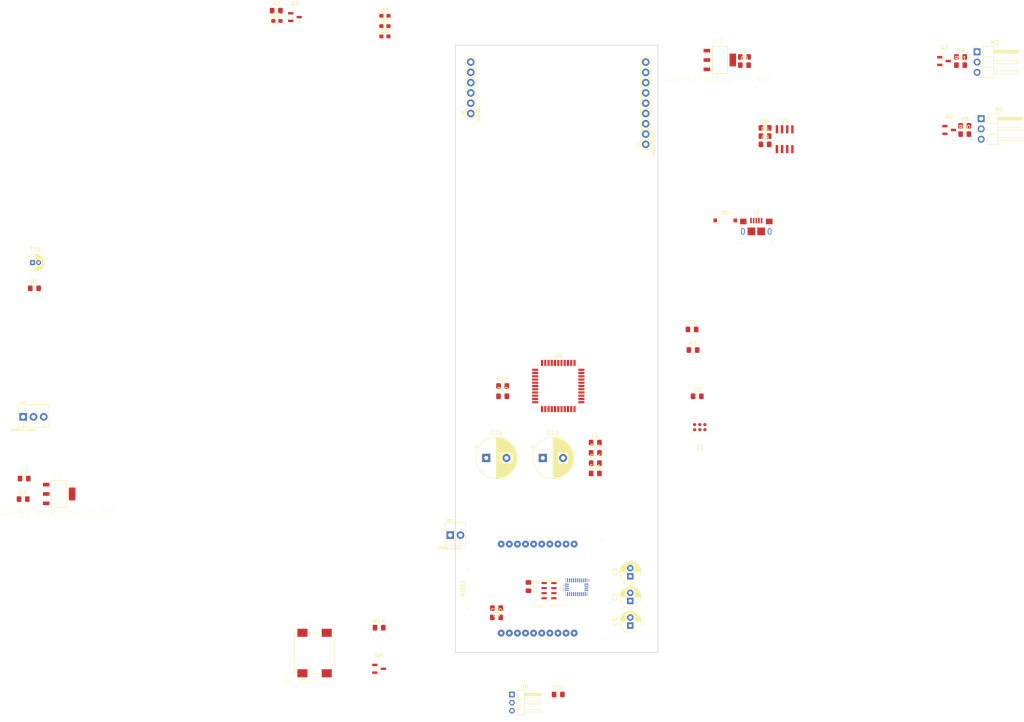
<source format=kicad_pcb>
(kicad_pcb (version 20171130) (host pcbnew "(5.0.1-3-g963ef8bb5)")
  (title_block (title "Skfire PCB") (date 2019-02-07) (rev v01) (company "UAH Space Hardware Club") (comment 2 "Noah Schwalb") (comment 3 "Zach Tyler") (comment 4 "Alex Spaulding"))
  (layers (0 F.Cu signal) (31 B.Cu signal) (34 B.Paste user) (35 F.Paste user) (36 B.SilkS user) (37 F.SilkS user) (38 B.Mask user) (39 F.Mask user) (44 Edge.Cuts user))
  (net 0 "")
  (net 1 GND)
  (net 2 +6V)
  (net 3 +3V3)
  (net 4 "Net-(C5-Pad1)")
  (net 5 +5V)
  (net 6 "Net-(C8-Pad2)")
  (net 7 /MCU_VCC)
  (net 8 /MCU_AVCC)
  (net 9 "Net-(D1-Pad1)")
  (net 10 "Net-(D5-PadA)")
  (net 11 /PDI_DATA)
  (net 12 "Net-(J1-Pad3)")
  (net 13 "Net-(J1-Pad4)")
  (net 14 /PDI_CLK)
  (net 15 "Net-(J2-Pad3)")
  (net 16 "Net-(J2-Pad2)")
  (net 17 "Net-(J2-PadSH)")
  (net 18 "Net-(LS1-PadN)")
  (net 19 /Camera_Servo)
  (net 20 "Net-(M1-Pad3)")
  (net 21 "Net-(M2-Pad3)")
  (net 22 /Release_Servo)
  (net 23 "Net-(MOD1-Pad2)")
  (net 24 "Net-(MOD1-Pad3)")
  (net 25 /MISO)
  (net 26 "Net-(MOD1-Pad5)")
  (net 27 "Net-(MOD1-Pad6)")
  (net 28 "Net-(MOD1-Pad7)")
  (net 29 "Net-(MOD1-Pad8)")
  (net 30 "Net-(MOD1-Pad9)")
  (net 31 /MOSI)
  (net 32 "Net-(MOD1-Pad12)")
  (net 33 "Net-(MOD1-Pad13)")
  (net 34 "Net-(MOD1-Pad14)")
  (net 35 "Net-(MOD1-Pad15)")
  (net 36 "Net-(MOD1-Pad16)")
  (net 37 /~SS_XBEE)
  (net 38 /SCLK)
  (net 39 "Net-(MOD1-Pad19)")
  (net 40 "Net-(MOD1-Pad20)")
  (net 41 "Net-(Q1-Pad1)")
  (net 42 "Net-(Q2-Pad1)")
  (net 43 "Net-(Q2-Pad3)")
  (net 44 "Net-(Q3-Pad3)")
  (net 45 "Net-(Q3-Pad1)")
  (net 46 "Net-(Q4-Pad1)")
  (net 47 /PA6-Therm)
  (net 48 /PA7-Voltage)
  (net 49 "Net-(R6-Pad2)")
  (net 50 /LED_MOS)
  (net 51 /CAMERA_MOS)
  (net 52 /RELEASE_MOS)
  (net 53 /SCL)
  (net 54 /SDA)
  (net 55 /BUZZER_MOS)
  (net 56 "Net-(U2-Pad27)")
  (net 57 "Net-(U2-Pad26)")
  (net 58 "Net-(U2-Pad15)")
  (net 59 /HOST_INTN)
  (net 60 /BNO_NRST)
  (net 61 /BNO_CLOCKSEL0)
  (net 62 /BNO_WAKE)
  (net 63 /BNO_BOOTN)
  (net 64 "Net-(U2-Pad16)")
  (net 65 /~SS_BNO080)
  (net 66 "Net-(U4-Pad1)")
  (net 67 "Net-(U4-Pad2)")
  (net 68 "Net-(U4-Pad3)")
  (net 69 /~SS_5607)
  (net 70 /PA5-Hall_effect)
  (net 71 "Net-(U7-Pad1)")
  (net 72 "Net-(U7-Pad2)")
  (net 73 "Net-(U7-Pad3)")
  (net 74 "Net-(U7-Pad4)")
  (net 75 /GPS_TX)
  (net 76 /GPS_RX)
  (net 77 "Net-(U7-Pad9)")
  (net 78 /OpenLog_MISO)
  (net 79 /OpenLog_MOSI)
  (net 80 /OpenLog_GRN)
  (net 81 /PA5-Hall_Effect)
  (net 82 "Net-(U9-Pad4)")
  (net 83 "Net-(U9-Pad5)")
  (net 84 "Net-(U9-Pad6)")
  (net 85 "Net-(U9-Pad7)")
  (net 86 /GPS_MISO)
  (net 87 /GPS_MOSI)
  (net 88 "Net-(U9-Pad24)")
  (net 89 "Net-(U9-Pad25)")
  (net 90 "Net-(U9-Pad26)")
  (net 91 "Net-(U9-Pad27)")
  (net 92 "Net-(U9-Pad36)")
  (net 93 "Net-(U9-Pad37)")
  (net 94 "Net-(U9-Pad44)")
  (net 95 /CAMERA_DATA)
  (module Connectors:MOLEX-1X2 (layer F.Cu) (at 125.73 146.05)
    (fp_text reference BT1 (at 0 -3.60426) (layer F.SilkS) (effects (font (size 0.6096 0.6096) (thickness 0.127))))
    (fp_text value Battery_Cell (at 0 3.175) (layer F.SilkS) (effects (font (size 0.6096 0.6096) (thickness 0.127))))
    (pad 1 thru_hole rect (at 0 0) (size 1.8796 1.8796) (drill 1.016) (layers *.Cu *.Mask) (net 2 +6V))
    (pad 2 thru_hole circle (at 2.54 0) (size 1.8796 1.8796) (drill 1.016) (layers *.Cu *.Mask) (net 1 GND))
  )
  (module Connectors:MOLEX-1X3 (layer F.Cu) (at 20.32 116.84)
    (fp_text reference U10 (at 0 -3.556) (layer F.SilkS) (effects (font (size 0.6096 0.6096) (thickness 0.127))))
    (fp_text value Adafruit_Cam (at 0 3.175) (layer F.SilkS) (effects (font (size 0.6096 0.6096) (thickness 0.127))))
    (pad 1 thru_hole rect (at 0 0) (size 1.8796 1.8796) (drill 1.016) (layers *.Cu *.Mask) (net 5 +5V))
    (pad 2 thru_hole circle (at 2.54 0) (size 1.8796 1.8796) (drill 1.016) (layers *.Cu *.Mask) (net 1 GND))
    (pad 3 thru_hole circle (at 5.08 0) (size 1.8796 1.8796) (drill 1.016) (layers *.Cu *.Mask) (net 95 /CAMERA_DATA))
  )
  (module Capacitor_SMD:C_0805_2012Metric_Pad1.15x1.40mm_HandSolder (layer F.Cu) (at 198.365 27.94)
    (fp_text reference C1 (at 0 -1.65) (layer F.SilkS))
    (fp_text value 1uF)
    (pad 1 smd roundrect (at -1.025 0) (size 1.15 1.4) (layers F.Cu F.Paste F.Mask) (roundrect_rratio 0.217391) (net 1 GND))
    (pad 2 smd roundrect (at 1.025 0) (size 1.15 1.4) (layers F.Cu F.Paste F.Mask) (roundrect_rratio 0.217391) (net 2 +6V))
  )
  (module Capacitor_THT:CP_Radial_D5.0mm_P2.00mm (layer F.Cu) (at 170.18 162.306 90)
    (fp_text reference C2 (at 1 -3.75 90) (layer F.SilkS))
    (fp_text value 0.1uF)
    (pad 1 thru_hole rect (at 0 0 90) (size 1.6 1.6) (drill 0.8) (layers *.Cu *.Mask) (net 3 +3V3))
    (pad 2 thru_hole circle (at 2 0 90) (size 1.6 1.6) (drill 0.8) (layers *.Cu *.Mask) (net 1 GND))
  )
  (module Capacitor_THT:CP_Radial_D5.0mm_P2.00mm (layer F.Cu) (at 170.18 156.21 90)
    (fp_text reference C3 (at 1 -3.75 90) (layer F.SilkS))
    (fp_text value 0.1uF)
    (pad 2 thru_hole circle (at 2 0 90) (size 1.6 1.6) (drill 0.8) (layers *.Cu *.Mask) (net 1 GND))
    (pad 1 thru_hole rect (at 0 0 90) (size 1.6 1.6) (drill 0.8) (layers *.Cu *.Mask) (net 3 +3V3))
  )
  (module Capacitor_SMD:C_0805_2012Metric_Pad1.15x1.40mm_HandSolder (layer F.Cu) (at 20.32 137.16)
    (fp_text reference C4 (at 0 -1.65) (layer F.SilkS))
    (fp_text value 1uF)
    (pad 1 smd roundrect (at -1.025 0) (size 1.15 1.4) (layers F.Cu F.Paste F.Mask) (roundrect_rratio 0.217391) (net 1 GND))
    (pad 2 smd roundrect (at 1.025 0) (size 1.15 1.4) (layers F.Cu F.Paste F.Mask) (roundrect_rratio 0.217391) (net 2 +6V))
  )
  (module Capacitor_THT:CP_Radial_D5.0mm_P2.00mm (layer F.Cu) (at 170.18 168.402 90)
    (fp_text reference C5 (at 1 -3.75 90) (layer F.SilkS))
    (fp_text value 0.1uF)
    (pad 1 thru_hole rect (at 0 0 90) (size 1.6 1.6) (drill 0.8) (layers *.Cu *.Mask) (net 4 "Net-(C5-Pad1)"))
    (pad 2 thru_hole circle (at 2 0 90) (size 1.6 1.6) (drill 0.8) (layers *.Cu *.Mask) (net 1 GND))
  )
  (module Capacitor_SMD:C_0805_2012Metric_Pad1.15x1.40mm_HandSolder (layer F.Cu) (at 198.365 29.972)
    (fp_text reference C6 (at 0 -1.65) (layer F.SilkS))
    (fp_text value 1uF)
    (pad 2 smd roundrect (at 1.025 0) (size 1.15 1.4) (layers F.Cu F.Paste F.Mask) (roundrect_rratio 0.217391) (net 1 GND))
    (pad 1 smd roundrect (at -1.025 0) (size 1.15 1.4) (layers F.Cu F.Paste F.Mask) (roundrect_rratio 0.217391) (net 5 +5V))
  )
  (module Capacitor_SMD:C_0805_2012Metric_Pad1.15x1.40mm_HandSolder (layer F.Cu) (at 20.565 132.08)
    (fp_text reference C7 (at 0 -1.65) (layer F.SilkS))
    (fp_text value 1uF)
    (pad 2 smd roundrect (at 1.025 0) (size 1.15 1.4) (layers F.Cu F.Paste F.Mask) (roundrect_rratio 0.217391) (net 1 GND))
    (pad 1 smd roundrect (at -1.025 0) (size 1.15 1.4) (layers F.Cu F.Paste F.Mask) (roundrect_rratio 0.217391) (net 3 +3V3))
  )
  (module Capacitor_SMD:C_0805_2012Metric_Pad1.15x1.40mm_HandSolder (layer F.Cu) (at 203.445 49.53)
    (fp_text reference C8 (at 0 -1.65) (layer F.SilkS))
    (fp_text value 0.1uf)
    (pad 1 smd roundrect (at -1.025 0) (size 1.15 1.4) (layers F.Cu F.Paste F.Mask) (roundrect_rratio 0.217391) (net 1 GND))
    (pad 2 smd roundrect (at 1.025 0) (size 1.15 1.4) (layers F.Cu F.Paste F.Mask) (roundrect_rratio 0.217391) (net 6 "Net-(C8-Pad2)"))
  )
  (module Capacitor_SMD:C_0805_2012Metric_Pad1.15x1.40mm_HandSolder (layer F.Cu) (at 137.169 164.084 180)
    (fp_text reference C9 (at 0 -1.65 180) (layer F.SilkS))
    (fp_text value 1uF)
    (pad 2 smd roundrect (at 1.025 0 180) (size 1.15 1.4) (layers F.Cu F.Paste F.Mask) (roundrect_rratio 0.217391) (net 3 +3V3))
    (pad 1 smd roundrect (at -1.025 0 180) (size 1.15 1.4) (layers F.Cu F.Paste F.Mask) (roundrect_rratio 0.217391) (net 1 GND))
  )
  (module Capacitor_SMD:C_0805_2012Metric_Pad1.15x1.40mm_HandSolder (layer F.Cu) (at 137.151 166.37)
    (fp_text reference C10 (at 0 -1.65) (layer F.SilkS))
    (fp_text value 47pF)
    (pad 1 smd roundrect (at -1.025 0) (size 1.15 1.4) (layers F.Cu F.Paste F.Mask) (roundrect_rratio 0.217391) (net 1 GND))
    (pad 2 smd roundrect (at 1.025 0) (size 1.15 1.4) (layers F.Cu F.Paste F.Mask) (roundrect_rratio 0.217391) (net 3 +3V3))
  )
  (module Capacitor_SMD:C_0805_2012Metric_Pad1.15x1.40mm_HandSolder (layer F.Cu) (at 152.4 185.42)
    (fp_text reference C11 (at 0 -1.65) (layer F.SilkS))
    (fp_text value 1uF)
    (pad 2 smd roundrect (at 1.025 0) (size 1.15 1.4) (layers F.Cu F.Paste F.Mask) (roundrect_rratio 0.217391) (net 5 +5V))
    (pad 1 smd roundrect (at -1.025 0) (size 1.15 1.4) (layers F.Cu F.Paste F.Mask) (roundrect_rratio 0.217391) (net 1 GND))
  )
  (module Capacitor_SMD:C_0805_2012Metric_Pad1.15x1.40mm_HandSolder (layer F.Cu) (at 145.034 158.759 270)
    (fp_text reference C12 (at 0 -1.65 270) (layer F.SilkS))
    (fp_text value 100nF)
    (pad 1 smd roundrect (at -1.025 0 270) (size 1.15 1.4) (layers F.Cu F.Paste F.Mask) (roundrect_rratio 0.217391) (net 3 +3V3))
    (pad 2 smd roundrect (at 1.025 0 270) (size 1.15 1.4) (layers F.Cu F.Paste F.Mask) (roundrect_rratio 0.217391) (net 1 GND))
  )
  (module Capacitor_THT:CP_Radial_D10.0mm_P5.00mm (layer F.Cu) (at 148.59 127)
    (fp_text reference C13 (at 2.5 -6.25) (layer F.SilkS))
    (fp_text value 10uF)
    (pad 2 thru_hole circle (at 5 0) (size 2 2) (drill 1) (layers *.Cu *.Mask) (net 1 GND))
    (pad 1 thru_hole rect (at 0 0) (size 2 2) (drill 1) (layers *.Cu *.Mask) (net 7 /MCU_VCC))
  )
  (module Capacitor_SMD:C_0805_2012Metric_Pad1.15x1.40mm_HandSolder (layer F.Cu) (at 161.535 125.73)
    (fp_text reference C14 (at 0 -1.65) (layer F.SilkS))
    (fp_text value 100nF)
    (pad 2 smd roundrect (at 1.025 0) (size 1.15 1.4) (layers F.Cu F.Paste F.Mask) (roundrect_rratio 0.217391) (net 1 GND))
    (pad 1 smd roundrect (at -1.025 0) (size 1.15 1.4) (layers F.Cu F.Paste F.Mask) (roundrect_rratio 0.217391) (net 7 /MCU_VCC))
  )
  (module Capacitor_THT:CP_Radial_D10.0mm_P5.00mm (layer F.Cu) (at 134.62 127)
    (fp_text reference C15 (at 2.5 -6.25) (layer F.SilkS))
    (fp_text value 10uF)
    (pad 1 thru_hole rect (at 0 0) (size 2 2) (drill 1) (layers *.Cu *.Mask) (net 8 /MCU_AVCC))
    (pad 2 thru_hole circle (at 5 0) (size 2 2) (drill 1) (layers *.Cu *.Mask) (net 1 GND))
  )
  (module Capacitor_SMD:C_0805_2012Metric_Pad1.15x1.40mm_HandSolder (layer F.Cu) (at 161.535 128.27)
    (fp_text reference C16 (at 0 -1.65) (layer F.SilkS))
    (fp_text value 100nF)
    (pad 1 smd roundrect (at -1.025 0) (size 1.15 1.4) (layers F.Cu F.Paste F.Mask) (roundrect_rratio 0.217391) (net 1 GND))
    (pad 2 smd roundrect (at 1.025 0) (size 1.15 1.4) (layers F.Cu F.Paste F.Mask) (roundrect_rratio 0.217391) (net 8 /MCU_AVCC))
  )
  (module LED_SMD:LED_0603_1608Metric_Pad1.05x0.95mm_HandSolder (layer F.Cu) (at 82.945 19.05)
    (fp_text reference D1 (at 0 -1.43) (layer F.SilkS))
    (fp_text value "Power Status")
    (pad 2 smd roundrect (at 0.875 0) (size 1.05 0.95) (layers F.Cu F.Paste F.Mask) (net 2 +6V))
    (pad 1 smd roundrect (at -0.875 0) (size 1.05 0.95) (layers F.Cu F.Paste F.Mask) (net 9 "Net-(D1-Pad1)"))
  )
  (module LED_SMD:LED_0603_1608Metric_Pad1.05x0.95mm_HandSolder (layer F.Cu) (at 109.615 22.86)
    (fp_text reference D2 (at 0 -1.43) (layer F.SilkS))
    (fp_text value "3V3 Status")
    (pad 1 smd roundrect (at -0.875 0) (size 1.05 0.95) (layers F.Cu F.Paste F.Mask) (net 1 GND))
    (pad 2 smd roundrect (at 0.875 0) (size 1.05 0.95) (layers F.Cu F.Paste F.Mask) (net 3 +3V3))
  )
  (module LED_SMD:LED_0603_1608Metric_Pad1.05x0.95mm_HandSolder (layer F.Cu) (at 109.615 17.78)
    (fp_text reference D3 (at 0 -1.43) (layer F.SilkS))
    (fp_text value "5V Status")
    (pad 2 smd roundrect (at 0.875 0) (size 1.05 0.95) (layers F.Cu F.Paste F.Mask) (net 5 +5V))
    (pad 1 smd roundrect (at -0.875 0) (size 1.05 0.95) (layers F.Cu F.Paste F.Mask) (net 1 GND))
  )
  (module LED_SMD:LED_0603_1608Metric_Pad1.05x0.95mm_HandSolder (layer F.Cu) (at 109.615 20.32)
    (fp_text reference D4 (at 0 -1.43) (layer F.SilkS))
    (fp_text value "6V Status")
    (pad 1 smd roundrect (at -0.875 0) (size 1.05 0.95) (layers F.Cu F.Paste F.Mask) (net 1 GND))
    (pad 2 smd roundrect (at 0.875 0) (size 1.05 0.95) (layers F.Cu F.Paste F.Mask) (net 2 +6V))
  )
  (module digikey-footprints:SOD-123 (layer F.Cu) (at 193.613 68.326)
    (fp_text reference D5 (at -0.01 -1.89) (layer F.SilkS))
    (fp_text value 1N4148W-TP)
    (pad K smd rect (at -2.475 0) (size 0.9 0.95) (layers F.Cu F.Paste F.Mask) (net 2 +6V))
    (pad A smd rect (at 2.475 0) (size 0.9 0.95) (layers F.Cu F.Paste F.Mask) (net 10 "Net-(D5-PadA)"))
  )
  (module Inductor_SMD:L_0805_2012Metric_Pad1.15x1.40mm_HandSolder (layer F.Cu) (at 161.535 130.81)
    (fp_text reference FB1 (at 0 -1.65) (layer F.SilkS))
    (fp_text value 220@100MHz)
    (pad 1 smd roundrect (at -1.025 0) (size 1.15 1.4) (layers F.Cu F.Paste F.Mask) (roundrect_rratio 0.217391) (net 7 /MCU_VCC))
    (pad 2 smd roundrect (at 1.025 0) (size 1.15 1.4) (layers F.Cu F.Paste F.Mask) (roundrect_rratio 0.217391) (net 8 /MCU_AVCC))
  )
  (module Connector:Tag-Connect_TC2030-IDC-FP_2x03_P1.27mm_Vertical (layer F.Cu) (at 187.325 119.38)
    (fp_text reference J1 (at 0 5) (layer F.SilkS))
    (fp_text value Conn_02x03_Odd_Even)
    (pad "" np_thru_hole circle (at -2.54 2.54) (size 2.3749 2.3749) (drill 2.3749) (layers *.Cu *.Mask))
    (pad "" np_thru_hole circle (at -2.54 -2.54) (size 2.3749 2.3749) (drill 2.3749) (layers *.Cu *.Mask))
    (pad "" np_thru_hole circle (at 0.635 -2.54) (size 2.3749 2.3749) (drill 2.3749) (layers *.Cu *.Mask))
    (pad "" np_thru_hole circle (at 0.635 2.54) (size 2.3749 2.3749) (drill 2.3749) (layers *.Cu *.Mask))
    (pad "" np_thru_hole circle (at 2.54 -1.016) (size 0.9906 0.9906) (drill 0.9906) (layers *.Cu *.Mask))
    (pad "" np_thru_hole circle (at 2.54 1.016) (size 0.9906 0.9906) (drill 0.9906) (layers *.Cu *.Mask))
    (pad "" np_thru_hole circle (at -2.54 0) (size 0.9906 0.9906) (drill 0.9906) (layers *.Cu *.Mask))
    (pad 1 connect circle (at -1.27 0.635) (size 0.7874 0.7874) (layers F.Cu F.Mask) (net 11 /PDI_DATA))
    (pad 2 connect circle (at -1.27 -0.635) (size 0.7874 0.7874) (layers F.Cu F.Mask) (net 3 +3V3))
    (pad 3 connect circle (at 0 0.635) (size 0.7874 0.7874) (layers F.Cu F.Mask) (net 12 "Net-(J1-Pad3)"))
    (pad 4 connect circle (at 0 -0.635) (size 0.7874 0.7874) (layers F.Cu F.Mask) (net 13 "Net-(J1-Pad4)"))
    (pad 5 connect circle (at 1.27 0.635) (size 0.7874 0.7874) (layers F.Cu F.Mask) (net 14 /PDI_CLK))
    (pad 6 connect circle (at 1.27 -0.635) (size 0.7874 0.7874) (layers F.Cu F.Mask) (net 1 GND))
  )
  (module digikey-footprints:USB_Micro_B_Female_10118193-0001LF (layer F.Cu) (at 201.27 71.03)
    (fp_text reference J2 (at 0 -4.75) (layer F.SilkS))
    (fp_text value 10118193-0001LF)
    (pad 3 smd rect (at 0 -2.675) (size 0.4 1.35) (layers F.Cu F.Paste F.Mask) (net 15 "Net-(J2-Pad3)"))
    (pad 4 smd rect (at 0.65 -2.675) (size 0.4 1.35) (layers F.Cu F.Paste F.Mask) (net 1 GND))
    (pad 5 smd rect (at 1.3 -2.675) (size 0.4 1.35) (layers F.Cu F.Paste F.Mask) (net 1 GND))
    (pad 2 smd rect (at -0.65 -2.675) (size 0.4 1.35) (layers F.Cu F.Paste F.Mask) (net 16 "Net-(J2-Pad2)"))
    (pad 1 smd rect (at -1.3 -2.675) (size 0.4 1.35) (layers F.Cu F.Paste F.Mask) (net 10 "Net-(D5-PadA)"))
    (pad SH thru_hole oval (at 3.3 0) (size 0.9 1.6) (drill oval 0.5 1.2) (layers *.Cu *.Mask) (net 17 "Net-(J2-PadSH)"))
    (pad SH thru_hole oval (at -3.3 0) (size 0.9 1.6) (drill oval 0.5 1.2) (layers *.Cu *.Mask) (net 17 "Net-(J2-PadSH)"))
    (pad SH smd rect (at -3.2 -2.45) (size 1.6 1.4) (layers F.Cu F.Paste F.Mask) (net 17 "Net-(J2-PadSH)"))
    (pad SH smd rect (at 3.2 -2.45) (size 1.6 1.4) (layers F.Cu F.Paste F.Mask) (net 17 "Net-(J2-PadSH)"))
    (pad SH smd rect (at -1.2 0) (size 1.9 1.9) (layers F.Cu F.Paste F.Mask) (net 17 "Net-(J2-PadSH)"))
    (pad SH smd rect (at 1.2 0) (size 1.9 1.9) (layers F.Cu F.Paste F.Mask) (net 17 "Net-(J2-PadSH)"))
  )
  (module Inductor_SMD:L_0805_2012Metric_Pad1.15x1.40mm_HandSolder (layer F.Cu) (at 161.535 123.19)
    (fp_text reference L1 (at 0 -1.65) (layer F.SilkS))
    (fp_text value 10uH)
    (pad 2 smd roundrect (at 1.025 0) (size 1.15 1.4) (layers F.Cu F.Paste F.Mask) (roundrect_rratio 0.217391) (net 7 /MCU_VCC))
    (pad 1 smd roundrect (at -1.025 0) (size 1.15 1.4) (layers F.Cu F.Paste F.Mask) (roundrect_rratio 0.217391) (net 3 +3V3))
  )
  (module CSS-95B30-SMT:CUI_CSS-95B30-SMT (layer F.Cu) (at 92.25 175.18)
    (fp_text reference LS1 (at -2.4653 -7.55131) (layer F.SilkS) (effects (font (size 1.00217 1.00217) (thickness 0.05))))
    (fp_text value CSS-95B30-SMT (at -1.72768 7.17612) (layer F.SilkS) (effects (font (size 1.00155 1.00155) (thickness 0.05))))
    (fp_text user + (at -6.78641 5.58345) (layer F.SilkS) (effects (font (thickness 0.05))))
    (fp_text user - (at -6.68124 -4.08968) (layer F.SilkS) (effects (font (thickness 0.05))))
    (pad N smd rect (at -3 -5) (size 2.5 2) (layers F.Cu F.Paste F.Mask) (net 18 "Net-(LS1-PadN)"))
    (pad 2 smd rect (at 3 -5) (size 2.5 2) (layers F.Cu F.Paste F.Mask))
    (pad 1 smd rect (at 3 5) (size 2.5 2) (layers F.Cu F.Paste F.Mask))
    (pad P smd rect (at -3 5) (size 2.5 2) (layers F.Cu F.Paste F.Mask) (net 2 +6V))
  )
  (module Connector_PinHeader_2.54mm:PinHeader_1x03_P2.54mm_Horizontal (layer F.Cu) (at 256.794 43.18)
    (fp_text reference M1 (at 4.385 -2.27) (layer F.SilkS))
    (fp_text value Camera_Servo)
    (pad 1 thru_hole rect (at 0 0) (size 1.7 1.7) (drill 1) (layers *.Cu *.Mask) (net 19 /Camera_Servo))
    (pad 2 thru_hole oval (at 0 2.54) (size 1.7 1.7) (drill 1) (layers *.Cu *.Mask) (net 2 +6V))
    (pad 3 thru_hole oval (at 0 5.08) (size 1.7 1.7) (drill 1) (layers *.Cu *.Mask) (net 20 "Net-(M1-Pad3)"))
  )
  (module Connector_PinHeader_2.54mm:PinHeader_1x03_P2.54mm_Horizontal (layer F.Cu) (at 255.778 26.67)
    (fp_text reference M2 (at 4.385 -2.27) (layer F.SilkS))
    (fp_text value Release_Servo)
    (pad 3 thru_hole oval (at 0 5.08) (size 1.7 1.7) (drill 1) (layers *.Cu *.Mask) (net 21 "Net-(M2-Pad3)"))
    (pad 2 thru_hole oval (at 0 2.54) (size 1.7 1.7) (drill 1) (layers *.Cu *.Mask) (net 2 +6V))
    (pad 1 thru_hole rect (at 0 0) (size 1.7 1.7) (drill 1) (layers *.Cu *.Mask) (net 22 /Release_Servo))
  )
  (module digikey-footprints:XBEE_PRO-20_THT (layer F.Cu) (at 147.32 159.258 90)
    (fp_text reference MOD1 (at 0 -18.49 90) (layer F.SilkS))
    (fp_text value XBP9B-DMWT-002)
    (pad 1 thru_hole circle (at -11 -9 90) (size 1.7 1.7) (drill 0.7) (layers *.Cu *.Mask) (net 3 +3V3))
    (pad 2 thru_hole circle (at -11 -7 90) (size 1.7 1.7) (drill 0.7) (layers *.Cu *.Mask) (net 23 "Net-(MOD1-Pad2)"))
    (pad 3 thru_hole circle (at -11 -5 90) (size 1.7 1.7) (drill 0.7) (layers *.Cu *.Mask) (net 24 "Net-(MOD1-Pad3)"))
    (pad 4 thru_hole circle (at -11 -3 90) (size 1.7 1.7) (drill 0.7) (layers *.Cu *.Mask) (net 25 /MISO))
    (pad 5 thru_hole circle (at -11 -1 90) (size 1.7 1.7) (drill 0.7) (layers *.Cu *.Mask) (net 26 "Net-(MOD1-Pad5)"))
    (pad 6 thru_hole circle (at -11 1 90) (size 1.7 1.7) (drill 0.7) (layers *.Cu *.Mask) (net 27 "Net-(MOD1-Pad6)"))
    (pad 7 thru_hole circle (at -11 3 90) (size 1.7 1.7) (drill 0.7) (layers *.Cu *.Mask) (net 28 "Net-(MOD1-Pad7)"))
    (pad 8 thru_hole circle (at -11 5 90) (size 1.7 1.7) (drill 0.7) (layers *.Cu *.Mask) (net 29 "Net-(MOD1-Pad8)"))
    (pad 9 thru_hole circle (at -11 7 90) (size 1.7 1.7) (drill 0.7) (layers *.Cu *.Mask) (net 30 "Net-(MOD1-Pad9)"))
    (pad 10 thru_hole circle (at -11 9 90) (size 1.7 1.7) (drill 0.7) (layers *.Cu *.Mask) (net 1 GND))
    (pad 11 thru_hole circle (at 11 9 90) (size 1.7 1.7) (drill 0.7) (layers *.Cu *.Mask) (net 31 /MOSI))
    (pad 12 thru_hole circle (at 11 7 90) (size 1.7 1.7) (drill 0.7) (layers *.Cu *.Mask) (net 32 "Net-(MOD1-Pad12)"))
    (pad 13 thru_hole circle (at 11 5 90) (size 1.7 1.7) (drill 0.7) (layers *.Cu *.Mask) (net 33 "Net-(MOD1-Pad13)"))
    (pad 14 thru_hole circle (at 11 3 90) (size 1.7 1.7) (drill 0.7) (layers *.Cu *.Mask) (net 34 "Net-(MOD1-Pad14)"))
    (pad 15 thru_hole circle (at 11 1 90) (size 1.7 1.7) (drill 0.7) (layers *.Cu *.Mask) (net 35 "Net-(MOD1-Pad15)"))
    (pad 16 thru_hole circle (at 11 -1 90) (size 1.7 1.7) (drill 0.7) (layers *.Cu *.Mask) (net 36 "Net-(MOD1-Pad16)"))
    (pad 17 thru_hole circle (at 11 -3 90) (size 1.7 1.7) (drill 0.7) (layers *.Cu *.Mask) (net 37 /~SS_XBEE))
    (pad 18 thru_hole circle (at 11 -5 90) (size 1.7 1.7) (drill 0.7) (layers *.Cu *.Mask) (net 38 /SCLK))
    (pad 19 thru_hole circle (at 11 -7 90) (size 1.7 1.7) (drill 0.7) (layers *.Cu *.Mask) (net 39 "Net-(MOD1-Pad19)"))
    (pad 20 thru_hole circle (at 11 -9 90) (size 1.7 1.7) (drill 0.7) (layers *.Cu *.Mask) (net 40 "Net-(MOD1-Pad20)"))
  )
  (module digikey-footprints:SOT-23-3 (layer F.Cu) (at 87.41 18.1)
    (fp_text reference Q1 (at 0.025 -3.375) (layer F.SilkS))
    (fp_text value LED_MOS)
    (pad 1 smd rect (at -1.05 -0.95) (size 1.3 0.6) (layers F.Cu F.Paste F.Mask) (net 41 "Net-(Q1-Pad1)"))
    (pad 2 smd rect (at -1.05 0.95) (size 1.3 0.6) (layers F.Cu F.Paste F.Mask) (net 1 GND))
    (pad 3 smd rect (at 1.05 0) (size 1.3 0.6) (layers F.Cu F.Paste F.Mask) (net 9 "Net-(D1-Pad1)"))
  )
  (module digikey-footprints:SOT-23-3 (layer F.Cu) (at 248.886 45.974)
    (fp_text reference Q2 (at 0.025 -3.375) (layer F.SilkS))
    (fp_text value CAMERA_MOS)
    (pad 1 smd rect (at -1.05 -0.95) (size 1.3 0.6) (layers F.Cu F.Paste F.Mask) (net 42 "Net-(Q2-Pad1)"))
    (pad 2 smd rect (at -1.05 0.95) (size 1.3 0.6) (layers F.Cu F.Paste F.Mask) (net 1 GND))
    (pad 3 smd rect (at 1.05 0) (size 1.3 0.6) (layers F.Cu F.Paste F.Mask) (net 43 "Net-(Q2-Pad3)"))
  )
  (module digikey-footprints:SOT-23-3 (layer F.Cu) (at 247.616 28.956)
    (fp_text reference Q3 (at 0.025 -3.375) (layer F.SilkS))
    (fp_text value RELEASE_MOS)
    (pad 3 smd rect (at 1.05 0) (size 1.3 0.6) (layers F.Cu F.Paste F.Mask) (net 44 "Net-(Q3-Pad3)"))
    (pad 2 smd rect (at -1.05 0.95) (size 1.3 0.6) (layers F.Cu F.Paste F.Mask) (net 1 GND))
    (pad 1 smd rect (at -1.05 -0.95) (size 1.3 0.6) (layers F.Cu F.Paste F.Mask) (net 45 "Net-(Q3-Pad1)"))
  )
  (module digikey-footprints:SOT-23-3 (layer F.Cu) (at 108.17 179.07)
    (fp_text reference Q4 (at 0.025 -3.375) (layer F.SilkS))
    (fp_text value BUZZER_MOS)
    (pad 3 smd rect (at 1.05 0) (size 1.3 0.6) (layers F.Cu F.Paste F.Mask) (net 18 "Net-(LS1-PadN)"))
    (pad 2 smd rect (at -1.05 0.95) (size 1.3 0.6) (layers F.Cu F.Paste F.Mask) (net 1 GND))
    (pad 1 smd rect (at -1.05 -0.95) (size 1.3 0.6) (layers F.Cu F.Paste F.Mask) (net 46 "Net-(Q4-Pad1)"))
  )
  (module Resistor_SMD:R_0805_2012Metric_Pad1.15x1.40mm_HandSolder (layer F.Cu) (at 23.105 85.09)
    (fp_text reference R1 (at 0 -1.65) (layer F.SilkS))
    (fp_text value 10k)
    (pad 2 smd roundrect (at 1.025 0) (size 1.15 1.4) (layers F.Cu F.Paste F.Mask) (roundrect_rratio 0.217391) (net 47 /PA6-Therm))
    (pad 1 smd roundrect (at -1.025 0) (size 1.15 1.4) (layers F.Cu F.Paste F.Mask) (roundrect_rratio 0.217391) (net 1 GND))
  )
  (module Resistor_SMD:R_0805_2012Metric_Pad1.15x1.40mm_HandSolder (layer F.Cu) (at 186.69 111.76)
    (fp_text reference R2 (at 0 -1.65) (layer F.SilkS))
    (fp_text value 10k)
    (pad 1 smd roundrect (at -1.025 0) (size 1.15 1.4) (layers F.Cu F.Paste F.Mask) (roundrect_rratio 0.217391) (net 3 +3V3))
    (pad 2 smd roundrect (at 1.025 0) (size 1.15 1.4) (layers F.Cu F.Paste F.Mask) (roundrect_rratio 0.217391) (net 14 /PDI_CLK))
  )
  (module Resistor_SMD:R_0805_2012Metric_Pad1.15x1.40mm_HandSolder (layer F.Cu) (at 185.665 100.33)
    (fp_text reference R3 (at 0 -1.65) (layer F.SilkS))
    (fp_text value 30k)
    (pad 2 smd roundrect (at 1.025 0) (size 1.15 1.4) (layers F.Cu F.Paste F.Mask) (roundrect_rratio 0.217391) (net 2 +6V))
    (pad 1 smd roundrect (at -1.025 0) (size 1.15 1.4) (layers F.Cu F.Paste F.Mask) (roundrect_rratio 0.217391) (net 48 /PA7-Voltage))
  )
  (module Resistor_SMD:R_0805_2012Metric_Pad1.15x1.40mm_HandSolder (layer F.Cu) (at 185.42 95.25)
    (fp_text reference R4 (at 0 -1.65) (layer F.SilkS))
    (fp_text value 13k)
    (pad 2 smd roundrect (at 1.025 0) (size 1.15 1.4) (layers F.Cu F.Paste F.Mask) (roundrect_rratio 0.217391) (net 48 /PA7-Voltage))
    (pad 1 smd roundrect (at -1.025 0) (size 1.15 1.4) (layers F.Cu F.Paste F.Mask) (roundrect_rratio 0.217391) (net 1 GND))
  )
  (module Resistor_SMD:R_0805_2012Metric_Pad1.15x1.40mm_HandSolder (layer F.Cu) (at 203.445 47.498)
    (fp_text reference R5 (at 0 -1.65) (layer F.SilkS))
    (fp_text value 10k)
    (pad 1 smd roundrect (at -1.025 0) (size 1.15 1.4) (layers F.Cu F.Paste F.Mask) (roundrect_rratio 0.217391) (net 3 +3V3))
    (pad 2 smd roundrect (at 1.025 0) (size 1.15 1.4) (layers F.Cu F.Paste F.Mask) (roundrect_rratio 0.217391) (net 6 "Net-(C8-Pad2)"))
  )
  (module Resistor_SMD:R_0805_2012Metric_Pad1.15x1.40mm_HandSolder (layer F.Cu) (at 203.445 45.466)
    (fp_text reference R6 (at 0 -1.65) (layer F.SilkS))
    (fp_text value 10k)
    (pad 1 smd roundrect (at -1.025 0) (size 1.15 1.4) (layers F.Cu F.Paste F.Mask) (roundrect_rratio 0.217391) (net 3 +3V3))
    (pad 2 smd roundrect (at 1.025 0) (size 1.15 1.4) (layers F.Cu F.Paste F.Mask) (roundrect_rratio 0.217391) (net 49 "Net-(R6-Pad2)"))
  )
  (module Resistor_SMD:R_0805_2012Metric_Pad1.15x1.40mm_HandSolder (layer F.Cu) (at 82.795 16.51)
    (fp_text reference R7 (at 0 -1.65) (layer F.SilkS))
    (fp_text value 10K)
    (pad 1 smd roundrect (at -1.025 0) (size 1.15 1.4) (layers F.Cu F.Paste F.Mask) (roundrect_rratio 0.217391) (net 50 /LED_MOS))
    (pad 2 smd roundrect (at 1.025 0) (size 1.15 1.4) (layers F.Cu F.Paste F.Mask) (roundrect_rratio 0.217391) (net 41 "Net-(Q1-Pad1)"))
  )
  (module Resistor_SMD:R_0805_2012Metric_Pad1.15x1.40mm_HandSolder (layer F.Cu) (at 252.739 44.958)
    (fp_text reference R8 (at 0 -1.65) (layer F.SilkS))
    (fp_text value 10K)
    (pad 1 smd roundrect (at -1.025 0) (size 1.15 1.4) (layers F.Cu F.Paste F.Mask) (roundrect_rratio 0.217391) (net 51 /CAMERA_MOS))
    (pad 2 smd roundrect (at 1.025 0) (size 1.15 1.4) (layers F.Cu F.Paste F.Mask) (roundrect_rratio 0.217391) (net 42 "Net-(Q2-Pad1)"))
  )
  (module Resistor_SMD:R_0805_2012Metric_Pad1.15x1.40mm_HandSolder (layer F.Cu) (at 251.705 27.94)
    (fp_text reference R9 (at 0 -1.65) (layer F.SilkS))
    (fp_text value 10K)
    (pad 2 smd roundrect (at 1.025 0) (size 1.15 1.4) (layers F.Cu F.Paste F.Mask) (roundrect_rratio 0.217391) (net 45 "Net-(Q3-Pad1)"))
    (pad 1 smd roundrect (at -1.025 0) (size 1.15 1.4) (layers F.Cu F.Paste F.Mask) (roundrect_rratio 0.217391) (net 52 /RELEASE_MOS))
  )
  (module Resistor_SMD:R_0805_2012Metric_Pad1.15x1.40mm_HandSolder (layer F.Cu) (at 252.73 46.99)
    (fp_text reference R10 (at 0 -1.65) (layer F.SilkS))
    (fp_text value 10k)
    (pad 2 smd roundrect (at 1.025 0) (size 1.15 1.4) (layers F.Cu F.Paste F.Mask) (roundrect_rratio 0.217391) (net 20 "Net-(M1-Pad3)"))
    (pad 1 smd roundrect (at -1.025 0) (size 1.15 1.4) (layers F.Cu F.Paste F.Mask) (roundrect_rratio 0.217391) (net 43 "Net-(Q2-Pad3)"))
  )
  (module Resistor_SMD:R_0805_2012Metric_Pad1.15x1.40mm_HandSolder (layer F.Cu) (at 251.705 29.972)
    (fp_text reference R11 (at 0 -1.65) (layer F.SilkS))
    (fp_text value 10k)
    (pad 2 smd roundrect (at 1.025 0) (size 1.15 1.4) (layers F.Cu F.Paste F.Mask) (roundrect_rratio 0.217391) (net 21 "Net-(M2-Pad3)"))
    (pad 1 smd roundrect (at -1.025 0) (size 1.15 1.4) (layers F.Cu F.Paste F.Mask) (roundrect_rratio 0.217391) (net 44 "Net-(Q3-Pad3)"))
  )
  (module Resistor_SMD:R_0805_2012Metric_Pad1.15x1.40mm_HandSolder (layer F.Cu) (at 138.675 111.76)
    (fp_text reference R12 (at 0 -1.65) (layer F.SilkS))
    (fp_text value 10k)
    (pad 2 smd roundrect (at 1.025 0) (size 1.15 1.4) (layers F.Cu F.Paste F.Mask) (roundrect_rratio 0.217391) (net 53 /SCL))
    (pad 1 smd roundrect (at -1.025 0) (size 1.15 1.4) (layers F.Cu F.Paste F.Mask) (roundrect_rratio 0.217391) (net 3 +3V3))
  )
  (module Resistor_SMD:R_0805_2012Metric_Pad1.15x1.40mm_HandSolder (layer F.Cu) (at 138.675 109.22)
    (fp_text reference R13 (at 0 -1.65) (layer F.SilkS))
    (fp_text value 10k)
    (pad 1 smd roundrect (at -1.025 0) (size 1.15 1.4) (layers F.Cu F.Paste F.Mask) (roundrect_rratio 0.217391) (net 3 +3V3))
    (pad 2 smd roundrect (at 1.025 0) (size 1.15 1.4) (layers F.Cu F.Paste F.Mask) (roundrect_rratio 0.217391) (net 54 /SDA))
  )
  (module Resistor_SMD:R_0805_2012Metric_Pad1.15x1.40mm_HandSolder (layer F.Cu) (at 108.195 168.91)
    (fp_text reference R14 (at 0 -1.65) (layer F.SilkS))
    (fp_text value 10K)
    (pad 1 smd roundrect (at -1.025 0) (size 1.15 1.4) (layers F.Cu F.Paste F.Mask) (roundrect_rratio 0.217391) (net 55 /BUZZER_MOS))
    (pad 2 smd roundrect (at 1.025 0) (size 1.15 1.4) (layers F.Cu F.Paste F.Mask) (roundrect_rratio 0.217391) (net 46 "Net-(Q4-Pad1)"))
  )
  (module ADP3338AKCZ-5-R7:SOT230P700X180-4N (layer F.Cu) (at 192.278 28.702)
    (fp_text reference U1 (at -0.63523 -4.5991) (layer F.SilkS) (effects (font (size 1.64061 1.64061) (thickness 0.05))))
    (fp_text value ADP3338AKCZ-5-R7 (at -0.5084 4.8298) (layer F.SilkS) (effects (font (size 1.64129 1.64129) (thickness 0.05))))
    (pad 1 smd rect (at -3.2004 -2.3114) (size 1.6256 0.889) (layers F.Cu F.Paste F.Mask) (net 1 GND))
    (pad 2 smd rect (at -3.2004 0) (size 1.6256 0.889) (layers F.Cu F.Paste F.Mask) (net 5 +5V))
    (pad 3 smd rect (at -3.2004 2.3114) (size 1.6256 0.889) (layers F.Cu F.Paste F.Mask) (net 2 +6V))
    (pad 4 smd rect (at 3.2004 0) (size 1.6256 3.175) (layers F.Cu F.Paste F.Mask) (net 5 +5V))
  )
  (module BNO080:LGA-28 (layer B.Cu) (at 156.936 158.926 90)
    (fp_text reference U2 (at -0.1872 3.4032 90) (layer B.SilkS) (effects (font (size 0.32 0.32) (thickness 0.05)) (justify mirror)))
    (fp_text value BNO080 (at -0.084 -3.1968 90) (layer B.SilkS) (effects (font (size 0.32 0.32) (thickness 0.05)) (justify mirror)))
    (fp_text user Y (at 0.4 0.5 90) (layer Edge.Cuts) (effects (font (thickness 0.05))))
    (fp_text user Z (at 0.3 -0.6 90) (layer Edge.Cuts) (effects (font (thickness 0.05))))
    (fp_text user X (at -0.255 -0.462 90) (layer Edge.Cuts) (effects (font (thickness 0.05))))
    (pad 1 smd rect (at 1.7 2.25) (size 0.25 1) (layers B.Cu B.Paste B.Mask))
    (pad 28 smd rect (at 1.7 1.75) (size 0.25 1) (layers B.Cu B.Paste B.Mask) (net 3 +3V3))
    (pad 27 smd rect (at 1.7 1.25) (size 0.25 1) (layers B.Cu B.Paste B.Mask) (net 56 "Net-(U2-Pad27)"))
    (pad 26 smd rect (at 1.7 0.75) (size 0.25 1) (layers B.Cu B.Paste B.Mask) (net 57 "Net-(U2-Pad26)"))
    (pad 25 smd rect (at 1.7 0.25) (size 0.25 1) (layers B.Cu B.Paste B.Mask) (net 1 GND))
    (pad 24 smd rect (at 1.7 -0.25) (size 0.25 1) (layers B.Cu B.Paste B.Mask))
    (pad 23 smd rect (at 1.7 -0.75) (size 0.25 1) (layers B.Cu B.Paste B.Mask))
    (pad 22 smd rect (at 1.7 -1.25) (size 0.25 1) (layers B.Cu B.Paste B.Mask))
    (pad 21 smd rect (at 1.7 -1.75) (size 0.25 1) (layers B.Cu B.Paste B.Mask))
    (pad 20 smd rect (at 1.7 -2.25) (size 0.25 1) (layers B.Cu B.Paste B.Mask) (net 25 /MISO))
    (pad 15 smd rect (at -1.7 -2.25 180) (size 0.25 1) (layers B.Cu B.Paste B.Mask) (net 58 "Net-(U2-Pad15)"))
    (pad 14 smd rect (at -1.7 -1.75 180) (size 0.25 1) (layers B.Cu B.Paste B.Mask) (net 59 /HOST_INTN))
    (pad 13 smd rect (at -1.7 -1.25 180) (size 0.25 1) (layers B.Cu B.Paste B.Mask))
    (pad 12 smd rect (at -1.7 -0.75 180) (size 0.25 1) (layers B.Cu B.Paste B.Mask))
    (pad 11 smd rect (at -1.7 -0.25 180) (size 0.25 1) (layers B.Cu B.Paste B.Mask) (net 60 /BNO_NRST))
    (pad 10 smd rect (at -1.7 0.25 180) (size 0.25 1) (layers B.Cu B.Paste B.Mask) (net 61 /BNO_CLOCKSEL0))
    (pad 9 smd rect (at -1.7 0.75 180) (size 0.25 1) (layers B.Cu B.Paste B.Mask) (net 4 "Net-(C5-Pad1)"))
    (pad 8 smd rect (at -1.7 1.25 180) (size 0.25 1) (layers B.Cu B.Paste B.Mask))
    (pad 7 smd rect (at -1.7 1.75 180) (size 0.25 1) (layers B.Cu B.Paste B.Mask))
    (pad 6 smd rect (at -1.7 2.25 180) (size 0.25 1) (layers B.Cu B.Paste B.Mask) (net 62 /BNO_WAKE))
    (pad 5 smd rect (at -0.75 2.4 270) (size 0.25 1) (layers B.Cu B.Paste B.Mask) (net 3 +3V3))
    (pad 4 smd rect (at -0.25 2.4 270) (size 0.25 1) (layers B.Cu B.Paste B.Mask) (net 63 /BNO_BOOTN))
    (pad 3 smd rect (at 0.25 2.4 270) (size 0.25 1) (layers B.Cu B.Paste B.Mask) (net 3 +3V3))
    (pad 2 smd rect (at 0.75 2.4 270) (size 0.25 1) (layers B.Cu B.Paste B.Mask) (net 1 GND))
    (pad 16 smd rect (at -0.75 -2.4 270) (size 0.25 1) (layers B.Cu B.Paste B.Mask) (net 64 "Net-(U2-Pad16)"))
    (pad 17 smd rect (at -0.25 -2.4 270) (size 0.25 1) (layers B.Cu B.Paste B.Mask) (net 31 /MOSI))
    (pad 18 smd rect (at 0.25 -2.4 270) (size 0.25 1) (layers B.Cu B.Paste B.Mask) (net 65 /~SS_BNO080))
    (pad 19 smd rect (at 0.75 -2.4 270) (size 0.25 1) (layers B.Cu B.Paste B.Mask) (net 38 /SCLK))
  )
  (module ADP3338AKCZ-3.3RL7:SOT230P700X180-4N (layer F.Cu) (at 29.21 135.89)
    (fp_text reference U3 (at -0.63534 -4.59985) (layer F.SilkS) (effects (font (size 1.64087 1.64087) (thickness 0.05))))
    (fp_text value ADP3338AKCZ-3.3-R7 (at -0.508485 4.83074) (layer F.SilkS) (effects (font (size 1.64161 1.64161) (thickness 0.05))))
    (pad 1 smd rect (at -3.2004 -2.3114) (size 1.6256 0.889) (layers F.Cu F.Paste F.Mask) (net 1 GND))
    (pad 2 smd rect (at -3.2004 0) (size 1.6256 0.889) (layers F.Cu F.Paste F.Mask) (net 3 +3V3))
    (pad 3 smd rect (at -3.2004 2.3114) (size 1.6256 0.889) (layers F.Cu F.Paste F.Mask) (net 2 +6V))
    (pad 4 smd rect (at 3.2004 0) (size 1.6256 3.175) (layers F.Cu F.Paste F.Mask) (net 3 +3V3))
  )
  (module digikey-footprints:SOIC-8_W3.9mm (layer F.Cu) (at 208.28 48.26)
    (fp_text reference U4 (at 0.01778 -4.56946) (layer F.SilkS))
    (fp_text value PCF8523T_1_118)
    (pad 1 smd rect (at -1.905 2.45) (size 0.6 2) (layers F.Cu F.Paste F.Mask) (net 66 "Net-(U4-Pad1)"))
    (pad 2 smd rect (at -0.635 2.45) (size 0.6 2) (layers F.Cu F.Paste F.Mask) (net 67 "Net-(U4-Pad2)"))
    (pad 4 smd rect (at 1.905 2.45) (size 0.6 2) (layers F.Cu F.Paste F.Mask) (net 1 GND))
    (pad 5 smd rect (at 1.905 -2.45) (size 0.6 2) (layers F.Cu F.Paste F.Mask) (net 54 /SDA))
    (pad 6 smd rect (at 0.635 -2.45) (size 0.6 2) (layers F.Cu F.Paste F.Mask) (net 53 /SCL))
    (pad 7 smd rect (at -0.635 -2.45) (size 0.6 2) (layers F.Cu F.Paste F.Mask) (net 49 "Net-(R6-Pad2)"))
    (pad 8 smd rect (at -1.905 -2.45) (size 0.6 2) (layers F.Cu F.Paste F.Mask) (net 6 "Net-(C8-Pad2)"))
    (pad 3 smd rect (at 0.635 2.45) (size 0.6 2) (layers F.Cu F.Paste F.Mask) (net 68 "Net-(U4-Pad3)"))
  )
  (module MS560702BA03-50:SON125P300X500X100-8N (layer F.Cu) (at 150.114 159.766)
    (fp_text reference U5 (at -0.406828 -3.33089) (layer F.SilkS) (effects (font (size 0.64067 0.64067) (thickness 0.05))))
    (fp_text value MS560702BA03-50 (at -0.099145 3.81) (layer F.SilkS) (effects (font (size 0.640921 0.640921) (thickness 0.05))))
    (pad 1 smd rect (at -1.2 -1.875) (size 1.31 0.53) (layers F.Cu F.Paste F.Mask) (net 3 +3V3))
    (pad 8 smd rect (at 1.2 -1.875) (size 1.31 0.53) (layers F.Cu F.Paste F.Mask) (net 38 /SCLK))
    (pad 2 smd rect (at -1.2 -0.625) (size 1.31 0.53) (layers F.Cu F.Paste F.Mask) (net 1 GND))
    (pad 3 smd rect (at -1.2 0.625) (size 1.31 0.53) (layers F.Cu F.Paste F.Mask) (net 1 GND))
    (pad 4 smd rect (at -1.2 1.875) (size 1.31 0.53) (layers F.Cu F.Paste F.Mask) (net 69 /~SS_5607))
    (pad 5 smd rect (at 1.2 1.875) (size 1.31 0.53) (layers F.Cu F.Paste F.Mask) (net 69 /~SS_5607))
    (pad 6 smd rect (at 1.2 0.625) (size 1.31 0.53) (layers F.Cu F.Paste F.Mask) (net 25 /MISO))
    (pad 7 smd rect (at 1.2 -0.625) (size 1.31 0.53) (layers F.Cu F.Paste F.Mask) (net 31 /MOSI))
  )
  (module Connector_PinHeader_2.00mm:PinHeader_1x03_P2.00mm_Horizontal (layer F.Cu) (at 140.97 185.42)
    (fp_text reference U6 (at 3.1 -2) (layer F.SilkS))
    (fp_text value SS495A)
    (pad 1 thru_hole rect (at 0 0) (size 1.35 1.35) (drill 0.8) (layers *.Cu *.Mask) (net 5 +5V))
    (pad 2 thru_hole oval (at 0 2) (size 1.35 1.35) (drill 0.8) (layers *.Cu *.Mask) (net 1 GND))
    (pad 3 thru_hole oval (at 0 4) (size 1.35 1.35) (drill 0.8) (layers *.Cu *.Mask) (net 70 /PA5-Hall_effect))
  )
  (module Connectors:1X09 (layer F.Cu) (at 173.99 49.53 90)
    (fp_text reference U7 (at 0 -1.905 90) (layer F.SilkS) (effects (font (size 0.6096 0.6096) (thickness 0.127))))
    (fp_text value Adafruit_746 (at 0 1.905 90) (layer F.SilkS) (effects (font (size 0.6096 0.6096) (thickness 0.127))))
    (pad 1 thru_hole circle (at 0 0 90) (size 1.8796 1.8796) (drill 1.016) (layers *.Cu *.Mask) (net 71 "Net-(U7-Pad1)"))
    (pad 2 thru_hole circle (at 2.54 0 90) (size 1.8796 1.8796) (drill 1.016) (layers *.Cu *.Mask) (net 72 "Net-(U7-Pad2)"))
    (pad 3 thru_hole circle (at 5.08 0 90) (size 1.8796 1.8796) (drill 1.016) (layers *.Cu *.Mask) (net 73 "Net-(U7-Pad3)"))
    (pad 4 thru_hole circle (at 7.62 0 90) (size 1.8796 1.8796) (drill 1.016) (layers *.Cu *.Mask) (net 74 "Net-(U7-Pad4)"))
    (pad 5 thru_hole circle (at 10.16 0 90) (size 1.8796 1.8796) (drill 1.016) (layers *.Cu *.Mask) (net 75 /GPS_TX))
    (pad 6 thru_hole circle (at 12.7 0 90) (size 1.8796 1.8796) (drill 1.016) (layers *.Cu *.Mask) (net 76 /GPS_RX))
    (pad 7 thru_hole circle (at 15.24 0 90) (size 1.8796 1.8796) (drill 1.016) (layers *.Cu *.Mask) (net 1 GND))
    (pad 8 thru_hole circle (at 17.78 0 90) (size 1.8796 1.8796) (drill 1.016) (layers *.Cu *.Mask) (net 3 +3V3))
    (pad 9 thru_hole circle (at 20.32 0 90) (size 1.8796 1.8796) (drill 1.016) (layers *.Cu *.Mask) (net 77 "Net-(U7-Pad9)"))
  )
  (module Connectors:1X06 (layer F.Cu) (at 130.81 41.91 90)
    (fp_text reference U8 (at 0 -1.905 90) (layer F.SilkS) (effects (font (size 0.6096 0.6096) (thickness 0.127))))
    (fp_text value Openlog (at 0 1.905 90) (layer F.SilkS) (effects (font (size 0.6096 0.6096) (thickness 0.127))))
    (pad 1 thru_hole circle (at 0 0 90) (size 1.8796 1.8796) (drill 1.016) (layers *.Cu *.Mask) (net 1 GND))
    (pad 2 thru_hole circle (at 2.54 0 90) (size 1.8796 1.8796) (drill 1.016) (layers *.Cu *.Mask) (net 1 GND))
    (pad 3 thru_hole circle (at 5.08 0 90) (size 1.8796 1.8796) (drill 1.016) (layers *.Cu *.Mask) (net 3 +3V3))
    (pad 4 thru_hole circle (at 7.62 0 90) (size 1.8796 1.8796) (drill 1.016) (layers *.Cu *.Mask) (net 78 /OpenLog_MISO))
    (pad 5 thru_hole circle (at 10.16 0 90) (size 1.8796 1.8796) (drill 1.016) (layers *.Cu *.Mask) (net 79 /OpenLog_MOSI))
    (pad 6 thru_hole circle (at 12.7 0 90) (size 1.8796 1.8796) (drill 1.016) (layers *.Cu *.Mask) (net 80 /OpenLog_GRN))
  )
  (module Package_QFP:TQFP-44_10x10mm_P0.8mm (layer F.Cu) (at 152.4 109.22)
    (fp_text reference U9 (at 0 -7.45) (layer F.SilkS))
    (fp_text value ATxmega128A4U-AU)
    (pad 1 smd rect (at -5.7 -4) (size 1.5 0.55) (layers F.Cu F.Paste F.Mask) (net 81 /PA5-Hall_Effect))
    (pad 2 smd rect (at -5.7 -3.2) (size 1.5 0.55) (layers F.Cu F.Paste F.Mask) (net 47 /PA6-Therm))
    (pad 3 smd rect (at -5.7 -2.4) (size 1.5 0.55) (layers F.Cu F.Paste F.Mask) (net 48 /PA7-Voltage))
    (pad 4 smd rect (at -5.7 -1.6) (size 1.5 0.55) (layers F.Cu F.Paste F.Mask) (net 82 "Net-(U9-Pad4)"))
    (pad 5 smd rect (at -5.7 -0.8) (size 1.5 0.55) (layers F.Cu F.Paste F.Mask) (net 83 "Net-(U9-Pad5)"))
    (pad 6 smd rect (at -5.7 0) (size 1.5 0.55) (layers F.Cu F.Paste F.Mask) (net 84 "Net-(U9-Pad6)"))
    (pad 7 smd rect (at -5.7 0.8) (size 1.5 0.55) (layers F.Cu F.Paste F.Mask) (net 85 "Net-(U9-Pad7)"))
    (pad 8 smd rect (at -5.7 1.6) (size 1.5 0.55) (layers F.Cu F.Paste F.Mask) (net 1 GND))
    (pad 9 smd rect (at -5.7 2.4) (size 1.5 0.55) (layers F.Cu F.Paste F.Mask) (net 7 /MCU_VCC))
    (pad 10 smd rect (at -5.7 3.2) (size 1.5 0.55) (layers F.Cu F.Paste F.Mask) (net 53 /SCL))
    (pad 11 smd rect (at -5.7 4) (size 1.5 0.55) (layers F.Cu F.Paste F.Mask) (net 54 /SDA))
    (pad 12 smd rect (at -4 5.7 90) (size 1.5 0.55) (layers F.Cu F.Paste F.Mask) (net 37 /~SS_XBEE))
    (pad 13 smd rect (at -3.2 5.7 90) (size 1.5 0.55) (layers F.Cu F.Paste F.Mask) (net 65 /~SS_BNO080))
    (pad 14 smd rect (at -2.4 5.7 90) (size 1.5 0.55) (layers F.Cu F.Paste F.Mask) (net 69 /~SS_5607))
    (pad 15 smd rect (at -1.6 5.7 90) (size 1.5 0.55) (layers F.Cu F.Paste F.Mask) (net 31 /MOSI))
    (pad 16 smd rect (at -0.8 5.7 90) (size 1.5 0.55) (layers F.Cu F.Paste F.Mask) (net 25 /MISO))
    (pad 17 smd rect (at 0 5.7 90) (size 1.5 0.55) (layers F.Cu F.Paste F.Mask) (net 38 /SCLK))
    (pad 18 smd rect (at 0.8 5.7 90) (size 1.5 0.55) (layers F.Cu F.Paste F.Mask) (net 1 GND))
    (pad 19 smd rect (at 1.6 5.7 90) (size 1.5 0.55) (layers F.Cu F.Paste F.Mask) (net 7 /MCU_VCC))
    (pad 20 smd rect (at 2.4 5.7 90) (size 1.5 0.55) (layers F.Cu F.Paste F.Mask) (net 50 /LED_MOS))
    (pad 21 smd rect (at 3.2 5.7 90) (size 1.5 0.55) (layers F.Cu F.Paste F.Mask) (net 80 /OpenLog_GRN))
    (pad 22 smd rect (at 4 5.7 90) (size 1.5 0.55) (layers F.Cu F.Paste F.Mask) (net 86 /GPS_MISO))
    (pad 23 smd rect (at 5.7 4) (size 1.5 0.55) (layers F.Cu F.Paste F.Mask) (net 87 /GPS_MOSI))
    (pad 24 smd rect (at 5.7 3.2) (size 1.5 0.55) (layers F.Cu F.Paste F.Mask) (net 88 "Net-(U9-Pad24)"))
    (pad 25 smd rect (at 5.7 2.4) (size 1.5 0.55) (layers F.Cu F.Paste F.Mask) (net 89 "Net-(U9-Pad25)"))
    (pad 26 smd rect (at 5.7 1.6) (size 1.5 0.55) (layers F.Cu F.Paste F.Mask) (net 90 "Net-(U9-Pad26)"))
    (pad 27 smd rect (at 5.7 0.8) (size 1.5 0.55) (layers F.Cu F.Paste F.Mask) (net 91 "Net-(U9-Pad27)"))
    (pad 28 smd rect (at 5.7 0) (size 1.5 0.55) (layers F.Cu F.Paste F.Mask) (net 19 /Camera_Servo))
    (pad 29 smd rect (at 5.7 -0.8) (size 1.5 0.55) (layers F.Cu F.Paste F.Mask) (net 22 /Release_Servo))
    (pad 30 smd rect (at 5.7 -1.6) (size 1.5 0.55) (layers F.Cu F.Paste F.Mask) (net 1 GND))
    (pad 31 smd rect (at 5.7 -2.4) (size 1.5 0.55) (layers F.Cu F.Paste F.Mask) (net 7 /MCU_VCC))
    (pad 32 smd rect (at 5.7 -3.2) (size 1.5 0.55) (layers F.Cu F.Paste F.Mask) (net 78 /OpenLog_MISO))
    (pad 33 smd rect (at 5.7 -4) (size 1.5 0.55) (layers F.Cu F.Paste F.Mask) (net 79 /OpenLog_MOSI))
    (pad 34 smd rect (at 4 -5.7 90) (size 1.5 0.55) (layers F.Cu F.Paste F.Mask) (net 11 /PDI_DATA))
    (pad 35 smd rect (at 3.2 -5.7 90) (size 1.5 0.55) (layers F.Cu F.Paste F.Mask) (net 14 /PDI_CLK))
    (pad 36 smd rect (at 2.4 -5.7 90) (size 1.5 0.55) (layers F.Cu F.Paste F.Mask) (net 92 "Net-(U9-Pad36)"))
    (pad 37 smd rect (at 1.6 -5.7 90) (size 1.5 0.55) (layers F.Cu F.Paste F.Mask) (net 93 "Net-(U9-Pad37)"))
    (pad 38 smd rect (at 0.8 -5.7 90) (size 1.5 0.55) (layers F.Cu F.Paste F.Mask) (net 1 GND))
    (pad 39 smd rect (at 0 -5.7 90) (size 1.5 0.55) (layers F.Cu F.Paste F.Mask) (net 8 /MCU_AVCC))
    (pad 40 smd rect (at -0.8 -5.7 90) (size 1.5 0.55) (layers F.Cu F.Paste F.Mask) (net 55 /BUZZER_MOS))
    (pad 41 smd rect (at -1.6 -5.7 90) (size 1.5 0.55) (layers F.Cu F.Paste F.Mask) (net 52 /RELEASE_MOS))
    (pad 42 smd rect (at -2.4 -5.7 90) (size 1.5 0.55) (layers F.Cu F.Paste F.Mask) (net 51 /CAMERA_MOS))
    (pad 43 smd rect (at -3.2 -5.7 90) (size 1.5 0.55) (layers F.Cu F.Paste F.Mask) (net 95 /CAMERA_DATA))
    (pad 44 smd rect (at -4 -5.7 90) (size 1.5 0.55) (layers F.Cu F.Paste F.Mask) (net 94 "Net-(U9-Pad44)"))
  )
  (module Capacitor_THT:CP_Radial_D4.0mm_P1.50mm (layer F.Cu) (at 22.63 78.74)
    (fp_text reference TH1 (at 0.75 -3.25) (layer F.SilkS))
    (fp_text value NTCLE100)
    (pad 1 thru_hole rect (at 0 0) (size 1.2 1.2) (drill 0.6) (layers *.Cu *.Mask) (net 47 /PA6-Therm))
    (pad 2 thru_hole circle (at 1.5 0) (size 1.2 1.2) (drill 0.6) (layers *.Cu *.Mask) (net 3 +3V3))
  )
  (gr_line (start 127 175) (end 177 175) (layer Edge.Cuts) (width 0.15))
  (gr_line (start 127 25) (end 127 175) (layer Edge.Cuts) (width 0.15))
  (gr_line (start 177 25) (end 177 175) (layer Edge.Cuts) (width 0.15))
  (gr_line (start 127 25) (end 177 25) (layer Edge.Cuts) (width 0.15))
)
</source>
